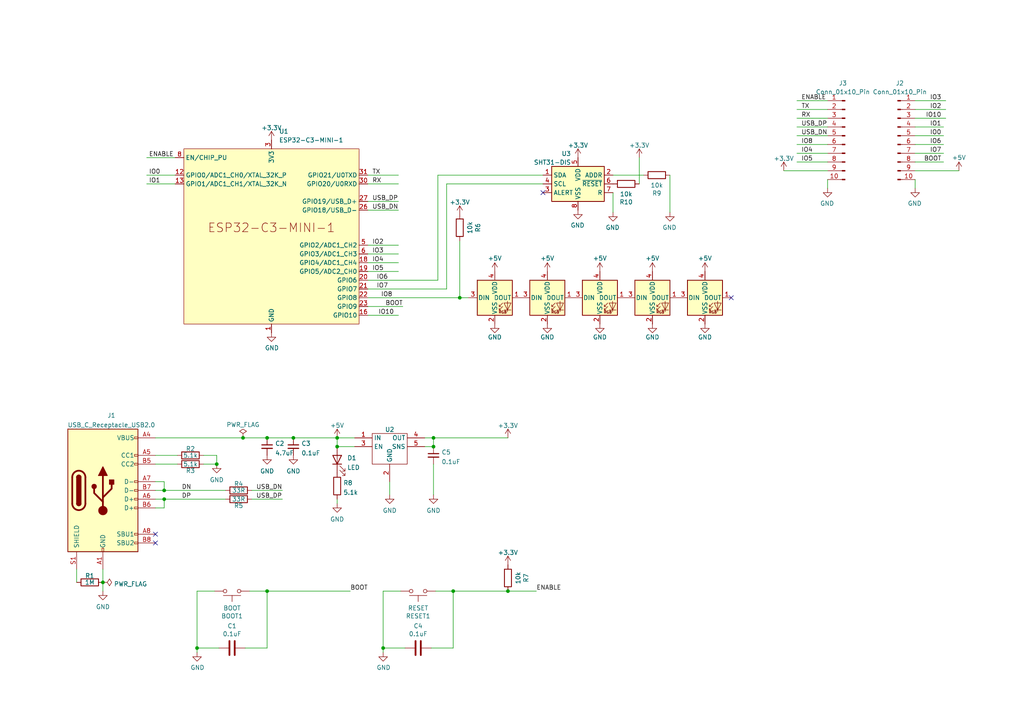
<source format=kicad_sch>
(kicad_sch (version 20230121) (generator eeschema)
  (paper "A4")
  (lib_symbols
    (symbol "Connector:Conn_01x10_Pin" (pin_names (offset 1.016) hide)
      (property "Reference" "J" (at 0 12.7 0))
      (property "Value" "Conn_01x10_Pin" (at 0 -15.24 0))
      (symbol "Conn_01x10_Pin_1_1"
        (polyline (pts (xy 1.27 -12.7) (xy 0.8636 -12.7)) (stroke (width 0.1524)))
        (polyline (pts (xy 1.27 -10.16) (xy 0.8636 -10.16)) (stroke (width 0.1524)))
        (polyline (pts (xy 1.27 -7.62) (xy 0.8636 -7.62)) (stroke (width 0.1524)))
        (polyline (pts (xy 1.27 -5.08) (xy 0.8636 -5.08)) (stroke (width 0.1524)))
        (polyline (pts (xy 1.27 -2.54) (xy 0.8636 -2.54)) (stroke (width 0.1524)))
        (polyline (pts (xy 1.27 0) (xy 0.8636 0)) (stroke (width 0.1524)))
        (polyline (pts (xy 1.27 2.54) (xy 0.8636 2.54)) (stroke (width 0.1524)))
        (polyline (pts (xy 1.27 5.08) (xy 0.8636 5.08)) (stroke (width 0.1524)))
        (polyline (pts (xy 1.27 7.62) (xy 0.8636 7.62)) (stroke (width 0.1524)))
        (polyline (pts (xy 1.27 10.16) (xy 0.8636 10.16)) (stroke (width 0.1524)))
        (rectangle (start 0.8636 -12.573) (end 0 -12.827) (stroke (width 0.1524)) (fill (type outline)))
        (rectangle (start 0.8636 -10.033) (end 0 -10.287) (stroke (width 0.1524)) (fill (type outline)))
        (rectangle (start 0.8636 -7.493) (end 0 -7.747) (stroke (width 0.1524)) (fill (type outline)))
        (rectangle (start 0.8636 -4.953) (end 0 -5.207) (stroke (width 0.1524)) (fill (type outline)))
        (rectangle (start 0.8636 -2.413) (end 0 -2.667) (stroke (width 0.1524)) (fill (type outline)))
        (rectangle (start 0.8636 0.127) (end 0 -0.127) (stroke (width 0.1524)) (fill (type outline)))
        (rectangle (start 0.8636 2.667) (end 0 2.413) (stroke (width 0.1524)) (fill (type outline)))
        (rectangle (start 0.8636 5.207) (end 0 4.953) (stroke (width 0.1524)) (fill (type outline)))
        (rectangle (start 0.8636 7.747) (end 0 7.493) (stroke (width 0.1524)) (fill (type outline)))
        (rectangle (start 0.8636 10.287) (end 0 10.033) (stroke (width 0.1524)) (fill (type outline)))
        (pin passive line (at 5.08 10.16 180) (length 3.81) (name "Pin_1") (number "1"))
        (pin passive line (at 5.08 -12.7 180) (length 3.81) (name "Pin_10") (number "10"))
        (pin passive line (at 5.08 7.62 180) (length 3.81) (name "Pin_2") (number "2"))
        (pin passive line (at 5.08 5.08 180) (length 3.81) (name "Pin_3") (number "3"))
        (pin passive line (at 5.08 2.54 180) (length 3.81) (name "Pin_4") (number "4"))
        (pin passive line (at 5.08 0 180) (length 3.81) (name "Pin_5") (number "5"))
        (pin passive line (at 5.08 -2.54 180) (length 3.81) (name "Pin_6") (number "6"))
        (pin passive line (at 5.08 -5.08 180) (length 3.81) (name "Pin_7") (number "7"))
        (pin passive line (at 5.08 -7.62 180) (length 3.81) (name "Pin_8") (number "8"))
        (pin passive line (at 5.08 -10.16 180) (length 3.81) (name "Pin_9") (number "9"))
      )
    )
    (symbol "Connector:USB_C_Receptacle_USB2.0" (pin_names (offset 1.016))
      (property "Reference" "J" (at -10.16 19.05 0))
      (property "Value" "USB_C_Receptacle_USB2.0" (at 19.05 19.05 0))
      (symbol "USB_C_Receptacle_USB2.0_0_0"
        (rectangle (start -0.254 -17.78) (end 0.254 -16.764))
        (rectangle (start 10.16 -14.986) (end 9.144 -15.494))
        (rectangle (start 10.16 -12.446) (end 9.144 -12.954))
        (rectangle (start 10.16 -4.826) (end 9.144 -5.334))
        (rectangle (start 10.16 -2.286) (end 9.144 -2.794))
        (rectangle (start 10.16 0.254) (end 9.144 -0.254))
        (rectangle (start 10.16 2.794) (end 9.144 2.286))
        (rectangle (start 10.16 7.874) (end 9.144 7.366))
        (rectangle (start 10.16 10.414) (end 9.144 9.906))
        (rectangle (start 10.16 15.494) (end 9.144 14.986))
      )
      (symbol "USB_C_Receptacle_USB2.0_0_1"
        (rectangle (start -10.16 17.78) (end 10.16 -17.78) (stroke (width 0.254)) (fill (type background)))
        (arc (start -8.89 -3.81) (mid -6.985 -5.7067) (end -5.08 -3.81) (stroke (width 0.508)))
        (arc (start -7.62 -3.81) (mid -6.985 -4.4423) (end -6.35 -3.81) (stroke (width 0.254)))
        (arc (start -7.62 -3.81) (mid -6.985 -4.4423) (end -6.35 -3.81) (stroke (width 0.254)) (fill (type outline)))
        (rectangle (start -7.62 -3.81) (end -6.35 3.81) (stroke (width 0.254)) (fill (type outline)))
        (arc (start -6.35 3.81) (mid -6.985 4.4423) (end -7.62 3.81) (stroke (width 0.254)))
        (arc (start -6.35 3.81) (mid -6.985 4.4423) (end -7.62 3.81) (stroke (width 0.254)) (fill (type outline)))
        (arc (start -5.08 3.81) (mid -6.985 5.7067) (end -8.89 3.81) (stroke (width 0.508)))
        (circle (center -2.54 1.143) (radius 0.635) (stroke (width 0.254)) (fill (type outline)))
        (circle (center 0 -5.842) (radius 1.27) (fill (type outline)))
        (polyline (pts (xy -8.89 -3.81) (xy -8.89 3.81)) (stroke (width 0.508)))
        (polyline (pts (xy -5.08 3.81) (xy -5.08 -3.81)) (stroke (width 0.508)))
        (polyline (pts (xy 0 -5.842) (xy 0 4.318)) (stroke (width 0.508)))
        (polyline (pts (xy 0 -3.302) (xy -2.54 -0.762) (xy -2.54 0.508)) (stroke (width 0.508)))
        (polyline (pts (xy 0 -2.032) (xy 2.54 0.508) (xy 2.54 1.778)) (stroke (width 0.508)))
        (polyline (pts (xy -1.27 4.318) (xy 0 6.858) (xy 1.27 4.318) (xy -1.27 4.318)) (stroke (width 0.254)) (fill (type outline)))
        (rectangle (start 1.905 1.778) (end 3.175 3.048) (stroke (width 0.254)) (fill (type outline)))
      )
      (symbol "USB_C_Receptacle_USB2.0_1_1"
        (pin passive line (at 0 -22.86 90) (length 5.08) (name "GND") (number "A1"))
        (pin passive line (at 0 -22.86 90) (length 5.08) hide (name "GND") (number "A12"))
        (pin passive line (at 15.24 15.24 180) (length 5.08) (name "VBUS") (number "A4"))
        (pin bidirectional line (at 15.24 10.16 180) (length 5.08) (name "CC1") (number "A5"))
        (pin bidirectional line (at 15.24 -2.54 180) (length 5.08) (name "D+") (number "A6"))
        (pin bidirectional line (at 15.24 2.54 180) (length 5.08) (name "D-") (number "A7"))
        (pin bidirectional line (at 15.24 -12.7 180) (length 5.08) (name "SBU1") (number "A8"))
        (pin passive line (at 15.24 15.24 180) (length 5.08) hide (name "VBUS") (number "A9"))
        (pin passive line (at 0 -22.86 90) (length 5.08) hide (name "GND") (number "B1"))
        (pin passive line (at 0 -22.86 90) (length 5.08) hide (name "GND") (number "B12"))
        (pin passive line (at 15.24 15.24 180) (length 5.08) hide (name "VBUS") (number "B4"))
        (pin bidirectional line (at 15.24 7.62 180) (length 5.08) (name "CC2") (number "B5"))
        (pin bidirectional line (at 15.24 -5.08 180) (length 5.08) (name "D+") (number "B6"))
        (pin bidirectional line (at 15.24 0 180) (length 5.08) (name "D-") (number "B7"))
        (pin bidirectional line (at 15.24 -15.24 180) (length 5.08) (name "SBU2") (number "B8"))
        (pin passive line (at 15.24 15.24 180) (length 5.08) hide (name "VBUS") (number "B9"))
        (pin passive line (at -7.62 -22.86 90) (length 5.08) (name "SHIELD") (number "S1"))
      )
    )
    (symbol "Device:C" (pin_numbers hide) (pin_names (offset 0.254))
      (property "Reference" "C" (at 0.635 2.54 0))
      (property "Value" "C" (at 0.635 -2.54 0))
      (symbol "C_0_1"
        (polyline (pts (xy -2.032 -0.762) (xy 2.032 -0.762)) (stroke (width 0.508)))
        (polyline (pts (xy -2.032 0.762) (xy 2.032 0.762)) (stroke (width 0.508)))
      )
      (symbol "C_1_1"
        (pin passive line (at 0 3.81 270) (length 2.794) (name "~") (number "1"))
        (pin passive line (at 0 -3.81 90) (length 2.794) (name "~") (number "2"))
      )
    )
    (symbol "Device:C_Small" (pin_numbers hide) (pin_names (offset 0.254) hide)
      (property "Reference" "C" (at 0.254 1.778 0))
      (property "Value" "C_Small" (at 0.254 -2.032 0))
      (symbol "C_Small_0_1"
        (polyline (pts (xy -1.524 -0.508) (xy 1.524 -0.508)) (stroke (width 0.3302)))
        (polyline (pts (xy -1.524 0.508) (xy 1.524 0.508)) (stroke (width 0.3048)))
      )
      (symbol "C_Small_1_1"
        (pin passive line (at 0 2.54 270) (length 2.032) (name "~") (number "1"))
        (pin passive line (at 0 -2.54 90) (length 2.032) (name "~") (number "2"))
      )
    )
    (symbol "Device:LED" (pin_numbers hide) (pin_names (offset 1.016) hide)
      (property "Reference" "D" (at 0 2.54 0))
      (property "Value" "LED" (at 0 -2.54 0))
      (symbol "LED_0_1"
        (polyline (pts (xy -1.27 -1.27) (xy -1.27 1.27)) (stroke (width 0.254)))
        (polyline (pts (xy -1.27 0) (xy 1.27 0)))
        (polyline (pts (xy 1.27 -1.27) (xy 1.27 1.27) (xy -1.27 0) (xy 1.27 -1.27)) (stroke (width 0.254)))
        (polyline (pts (xy -3.048 -0.762) (xy -4.572 -2.286) (xy -3.81 -2.286) (xy -4.572 -2.286) (xy -4.572 -1.524)))
        (polyline (pts (xy -1.778 -0.762) (xy -3.302 -2.286) (xy -2.54 -2.286) (xy -3.302 -2.286) (xy -3.302 -1.524)))
      )
      (symbol "LED_1_1"
        (pin passive line (at -3.81 0 0) (length 2.54) (name "K") (number "1"))
        (pin passive line (at 3.81 0 180) (length 2.54) (name "A") (number "2"))
      )
    )
    (symbol "Device:R" (pin_numbers hide) (pin_names (offset 0))
      (property "Reference" "R" (at 2.032 0 90))
      (property "Value" "R" (at 0 0 90))
      (symbol "R_0_1"
        (rectangle (start -1.016 -2.54) (end 1.016 2.54) (stroke (width 0.254)))
      )
      (symbol "R_1_1"
        (pin passive line (at 0 3.81 270) (length 1.27) (name "~") (number "1"))
        (pin passive line (at 0 -3.81 90) (length 1.27) (name "~") (number "2"))
      )
    )
    (symbol "Espressif:ESP32-C3-MINI-1"
      (property "Reference" "U" (at -25.4 30.48 0))
      (property "Value" "ESP32-C3-MINI-1" (at -25.4 27.94 0))
      (symbol "ESP32-C3-MINI-1_0_0"
        (text "ESP32-C3-MINI-1" (at 0 2.54 0) (effects (font (size 2.54 2.54))))
      )
      (symbol "ESP32-C3-MINI-1_0_1"
        (rectangle (start -25.4 25.4) (end 25.4 -25.4) (fill (type background)))
      )
      (symbol "ESP32-C3-MINI-1_1_1"
        (pin power_in line (at 0 -27.94 90) (length 2.54) (name "GND") (number "1"))
        (pin no_connect line (at -25.4 2.54 0) (length 2.54) hide (name "NC") (number "10"))
        (pin passive line (at 0 -27.94 90) (length 2.54) hide (name "GND") (number "11"))
        (pin bidirectional line (at -27.94 17.78 0) (length 2.54) (name "GPIO0/ADC1_CH0/XTAL_32K_P") (number "12"))
        (pin bidirectional line (at -27.94 15.24 0) (length 2.54) (name "GPIO1/ADC1_CH1/XTAL_32K_N") (number "13"))
        (pin passive line (at 0 -27.94 90) (length 2.54) hide (name "GND") (number "14"))
        (pin no_connect line (at -25.4 0 0) (length 2.54) hide (name "NC") (number "15"))
        (pin bidirectional line (at 27.94 -22.86 180) (length 2.54) (name "GPIO10") (number "16"))
        (pin no_connect line (at -25.4 -2.54 0) (length 2.54) hide (name "NC") (number "17"))
        (pin bidirectional line (at 27.94 -7.62 180) (length 2.54) (name "GPIO4/ADC1_CH4") (number "18"))
        (pin bidirectional line (at 27.94 -10.16 180) (length 2.54) (name "GPIO5/ADC2_CH0") (number "19"))
        (pin passive line (at 0 -27.94 90) (length 2.54) hide (name "GND") (number "2"))
        (pin bidirectional line (at 27.94 -12.7 180) (length 2.54) (name "GPIO6") (number "20"))
        (pin bidirectional line (at 27.94 -15.24 180) (length 2.54) (name "GPIO7") (number "21"))
        (pin bidirectional line (at 27.94 -17.78 180) (length 2.54) (name "GPIO8") (number "22"))
        (pin bidirectional line (at 27.94 -20.32 180) (length 2.54) (name "GPIO9") (number "23"))
        (pin no_connect line (at -25.4 -5.08 0) (length 2.54) hide (name "NC") (number "24"))
        (pin no_connect line (at -25.4 -7.62 0) (length 2.54) hide (name "NC") (number "25"))
        (pin bidirectional line (at 27.94 7.62 180) (length 2.54) (name "GPIO18/USB_D-") (number "26"))
        (pin bidirectional line (at 27.94 10.16 180) (length 2.54) (name "GPIO19/USB_D+") (number "27"))
        (pin no_connect line (at -25.4 -10.16 0) (length 2.54) hide (name "NC") (number "28"))
        (pin no_connect line (at -25.4 -12.7 0) (length 2.54) hide (name "NC") (number "29"))
        (pin power_in line (at 0 27.94 270) (length 2.54) (name "3V3") (number "3"))
        (pin bidirectional line (at 27.94 15.24 180) (length 2.54) (name "GPIO20/U0RXD") (number "30"))
        (pin bidirectional line (at 27.94 17.78 180) (length 2.54) (name "GPIO21/U0TXD") (number "31"))
        (pin no_connect line (at -25.4 -15.24 0) (length 2.54) hide (name "NC") (number "32"))
        (pin no_connect line (at -25.4 -17.78 0) (length 2.54) hide (name "NC") (number "33"))
        (pin no_connect line (at -25.4 -20.32 0) (length 2.54) hide (name "NC") (number "34"))
        (pin no_connect line (at -25.4 -22.86 0) (length 2.54) hide (name "NC") (number "35"))
        (pin passive line (at 0 -27.94 90) (length 2.54) hide (name "GND") (number "36"))
        (pin passive line (at 0 -27.94 90) (length 2.54) hide (name "GND") (number "37"))
        (pin passive line (at 0 -27.94 90) (length 2.54) hide (name "GND") (number "38"))
        (pin passive line (at 0 -27.94 90) (length 2.54) hide (name "GND") (number "39"))
        (pin no_connect line (at -25.4 10.16 0) (length 2.54) hide (name "NC") (number "4"))
        (pin passive line (at 0 -27.94 90) (length 2.54) hide (name "GND") (number "40"))
        (pin passive line (at 0 -27.94 90) (length 2.54) hide (name "GND") (number "41"))
        (pin passive line (at 0 -27.94 90) (length 2.54) hide (name "GND") (number "42"))
        (pin passive line (at 0 -27.94 90) (length 2.54) hide (name "GND") (number "43"))
        (pin passive line (at 0 -27.94 90) (length 2.54) hide (name "GND") (number "44"))
        (pin passive line (at 0 -27.94 90) (length 2.54) hide (name "GND") (number "45"))
        (pin passive line (at 0 -27.94 90) (length 2.54) hide (name "GND") (number "46"))
        (pin passive line (at 0 -27.94 90) (length 2.54) hide (name "GND") (number "47"))
        (pin passive line (at 0 -27.94 90) (length 2.54) hide (name "GND") (number "48"))
        (pin passive line (at 0 -27.94 90) (length 2.54) hide (name "GND") (number "49"))
        (pin bidirectional line (at 27.94 -2.54 180) (length 2.54) (name "GPIO2/ADC1_CH2") (number "5"))
        (pin passive line (at 0 -27.94 90) (length 2.54) hide (name "GND") (number "50"))
        (pin passive line (at 0 -27.94 90) (length 2.54) hide (name "GND") (number "51"))
        (pin passive line (at 0 -27.94 90) (length 2.54) hide (name "GND") (number "52"))
        (pin passive line (at 0 -27.94 90) (length 2.54) hide (name "GND") (number "53"))
        (pin bidirectional line (at 27.94 -5.08 180) (length 2.54) (name "GPIO3/ADC1_CH3") (number "6"))
        (pin no_connect line (at -25.4 7.62 0) (length 2.54) hide (name "NC") (number "7"))
        (pin input line (at -27.94 22.86 0) (length 2.54) (name "EN/CHIP_PU") (number "8"))
        (pin no_connect line (at -25.4 5.08 0) (length 2.54) hide (name "NC") (number "9"))
      )
    )
    (symbol "LED:SK6812MINI" (pin_names (offset 0.254))
      (property "Reference" "D" (at 5.08 5.715 0))
      (property "Value" "SK6812MINI" (at 1.27 -5.715 0))
      (symbol "SK6812MINI_0_0"
        (text "RGB" (at 2.286 -4.191 0) (effects (font (size 0.762 0.762))))
      )
      (symbol "SK6812MINI_0_1"
        (polyline (pts (xy 1.27 -3.556) (xy 1.778 -3.556)))
        (polyline (pts (xy 1.27 -2.54) (xy 1.778 -2.54)))
        (polyline (pts (xy 4.699 -3.556) (xy 2.667 -3.556)))
        (polyline (pts (xy 2.286 -2.54) (xy 1.27 -3.556) (xy 1.27 -3.048)))
        (polyline (pts (xy 2.286 -1.524) (xy 1.27 -2.54) (xy 1.27 -2.032)))
        (polyline (pts (xy 3.683 -1.016) (xy 3.683 -3.556) (xy 3.683 -4.064)))
        (polyline (pts (xy 4.699 -1.524) (xy 2.667 -1.524) (xy 3.683 -3.556) (xy 4.699 -1.524)))
        (rectangle (start 5.08 5.08) (end -5.08 -5.08) (stroke (width 0.254)) (fill (type background)))
      )
      (symbol "SK6812MINI_1_1"
        (pin output line (at 7.62 0 180) (length 2.54) (name "DOUT") (number "1"))
        (pin power_in line (at 0 -7.62 90) (length 2.54) (name "VSS") (number "2"))
        (pin input line (at -7.62 0 0) (length 2.54) (name "DIN") (number "3"))
        (pin power_in line (at 0 7.62 270) (length 2.54) (name "VDD") (number "4"))
      )
    )
    (symbol "Sensor_Humidity:SHT31-DIS"
      (property "Reference" "U" (at -6.35 6.35 0))
      (property "Value" "SHT31-DIS" (at 6.35 6.35 0))
      (symbol "SHT31-DIS_0_1"
        (rectangle (start -7.62 5.08) (end 7.62 -5.08) (stroke (width 0.254)) (fill (type background)))
      )
      (symbol "SHT31-DIS_1_1"
        (pin bidirectional line (at 10.16 2.54 180) (length 2.54) (name "SDA") (number "1"))
        (pin input line (at -10.16 2.54 0) (length 2.54) (name "ADDR") (number "2"))
        (pin output line (at 10.16 -2.54 180) (length 2.54) (name "ALERT") (number "3"))
        (pin input line (at 10.16 0 180) (length 2.54) (name "SCL") (number "4"))
        (pin power_in line (at 0 7.62 270) (length 2.54) (name "VDD") (number "5"))
        (pin input line (at -10.16 0 0) (length 2.54) (name "~{RESET}") (number "6"))
        (pin passive line (at -10.16 -2.54 0) (length 2.54) (name "R") (number "7"))
        (pin power_in line (at 0 -7.62 90) (length 2.54) (name "VSS") (number "8"))
        (pin passive line (at 0 -7.62 90) (length 2.54) hide (name "VSS") (number "9"))
      )
    )
    (symbol "Switch:SW_Push" (pin_numbers hide) (pin_names (offset 1.016) hide)
      (property "Reference" "SW" (at 1.27 2.54 0))
      (property "Value" "SW_Push" (at 0 -1.524 0))
      (symbol "SW_Push_0_1"
        (circle (center -2.032 0) (radius 0.508))
        (polyline (pts (xy 0 1.27) (xy 0 3.048)))
        (polyline (pts (xy 2.54 1.27) (xy -2.54 1.27)))
        (circle (center 2.032 0) (radius 0.508))
        (pin passive line (at -5.08 0 0) (length 2.54) (name "1") (number "1"))
        (pin passive line (at 5.08 0 180) (length 2.54) (name "2") (number "2"))
      )
    )
    (symbol "ToyTronics2:OnSemi NCP692, fixed version"
      (property "Reference" "U" (at 0 5.08 0))
      (symbol "OnSemi NCP692, fixed version_0_1"
        (rectangle (start -5.08 3.81) (end 5.08 -5.08) (stroke (width 0.1524)))
      )
      (symbol "OnSemi NCP692, fixed version_1_1"
        (pin power_in line (at -10.16 2.54 0) (length 5.08) (name "IN") (number "1"))
        (pin power_in line (at 0 -10.16 90) (length 5.08) (name "GND") (number "2"))
        (pin power_in line (at -10.16 0 0) (length 5.08) (name "EN") (number "3"))
        (pin power_out line (at 10.16 2.54 180) (length 5.08) (name "OUT") (number "4"))
        (pin input line (at 10.16 0 180) (length 5.08) (name "SNS") (number "5"))
        (pin power_in line (at -10.16 2.54 0) (length 5.08) hide (name "IN") (number "6"))
        (pin power_in line (at 0 -10.16 90) (length 5.08) hide (name "GND") (number "7"))
      )
    )
    (symbol "power:+3.3V" (power) (pin_names (offset 0))
      (property "Value" "+3.3V" (at 0 3.556 0))
      (symbol "+3.3V_0_1"
        (polyline (pts (xy -0.762 1.27) (xy 0 2.54)))
        (polyline (pts (xy 0 0) (xy 0 2.54)))
        (polyline (pts (xy 0 2.54) (xy 0.762 1.27)))
      )
      (symbol "+3.3V_1_1"
        (pin power_in line (at 0 0 90) (length 0) hide (name "+3.3V") (number "1"))
      )
    )
    (symbol "power:+5V" (power) (pin_names (offset 0))
      (property "Value" "+5V" (at 0 3.556 0))
      (symbol "+5V_0_1"
        (polyline (pts (xy -0.762 1.27) (xy 0 2.54)))
        (polyline (pts (xy 0 0) (xy 0 2.54)))
        (polyline (pts (xy 0 2.54) (xy 0.762 1.27)))
      )
      (symbol "+5V_1_1"
        (pin power_in line (at 0 0 90) (length 0) hide (name "+5V") (number "1"))
      )
    )
    (symbol "power:GND" (power) (pin_names (offset 0))
      (property "Value" "GND" (at 0 -3.81 0))
      (symbol "GND_0_1"
        (polyline (pts (xy 0 0) (xy 0 -1.27) (xy 1.27 -1.27) (xy 0 -2.54) (xy -1.27 -1.27) (xy 0 -1.27)))
      )
      (symbol "GND_1_1"
        (pin power_in line (at 0 0 270) (length 0) hide (name "GND") (number "1"))
      )
    )
    (symbol "power:PWR_FLAG" (power) (pin_numbers hide) (pin_names (offset 0) hide)
      (property "Value" "PWR_FLAG" (at 0 3.81 0))
      (symbol "PWR_FLAG_0_0"
        (pin power_out line (at 0 0 90) (length 0) (name "pwr") (number "1"))
      )
      (symbol "PWR_FLAG_0_1"
        (polyline (pts (xy 0 0) (xy 0 1.27) (xy -1.016 1.905) (xy 0 2.54) (xy 1.016 1.905) (xy 0 1.27)))
      )
    )
  )
  (junction (at 47.625 142.24))
  (junction (at 97.79 127))
  (junction (at 77.47 171.45))
  (junction (at 29.845 168.91))
  (junction (at 133.35 86.36))
  (junction (at 77.47 127))
  (junction (at 111.125 187.96))
  (junction (at 125.73 127))
  (junction (at 47.625 144.78))
  (junction (at 57.15 187.96))
  (junction (at 147.32 171.45))
  (junction (at 62.865 134.62))
  (junction (at 85.09 127))
  (junction (at 131.445 171.45))
  (junction (at 97.79 129.54))
  (junction (at 125.73 129.54))
  (junction (at 70.485 127))
  (no_connect (at 212.09 86.36))
  (no_connect (at 45.085 154.94))
  (no_connect (at 157.48 55.88))
  (no_connect (at 45.085 157.48))
  (wire (pts (xy 265.43 49.53) (xy 278.13 49.53)))
  (wire (pts (xy 102.87 129.54) (xy 97.79 129.54)))
  (wire (pts (xy 47.625 142.24) (xy 65.405 142.24)))
  (wire (pts (xy 29.845 168.91) (xy 29.845 171.45)))
  (wire (pts (xy 115.57 91.44) (xy 106.68 91.44)))
  (wire (pts (xy 77.47 187.96) (xy 77.47 171.45)))
  (wire (pts (xy 111.125 187.96) (xy 111.125 171.45)))
  (wire (pts (xy 265.43 41.91) (xy 273.685 41.91)))
  (wire (pts (xy 29.845 165.1) (xy 29.845 168.91)))
  (wire (pts (xy 106.68 73.66) (xy 115.57 73.66)))
  (wire (pts (xy 231.14 31.75) (xy 240.03 31.75)))
  (wire (pts (xy 71.12 187.96) (xy 77.47 187.96)))
  (wire (pts (xy 227.33 49.53) (xy 240.03 49.53)))
  (wire (pts (xy 265.43 52.07) (xy 265.43 54.61)))
  (wire (pts (xy 186.69 50.8) (xy 177.8 50.8)))
  (wire (pts (xy 45.085 127) (xy 70.485 127)))
  (wire (pts (xy 231.14 41.91) (xy 240.03 41.91)))
  (wire (pts (xy 231.14 36.83) (xy 240.03 36.83)))
  (wire (pts (xy 22.225 165.1) (xy 22.225 168.91)))
  (wire (pts (xy 97.79 127) (xy 102.87 127)))
  (wire (pts (xy 231.14 34.29) (xy 240.03 34.29)))
  (wire (pts (xy 45.085 134.62) (xy 51.435 134.62)))
  (wire (pts (xy 73.025 142.24) (xy 81.915 142.24)))
  (wire (pts (xy 231.14 46.99) (xy 240.03 46.99)))
  (wire (pts (xy 59.055 132.08) (xy 62.865 132.08)))
  (wire (pts (xy 106.68 71.12) (xy 115.57 71.12)))
  (wire (pts (xy 126.365 171.45) (xy 131.445 171.45)))
  (wire (pts (xy 47.625 142.24) (xy 45.085 142.24)))
  (wire (pts (xy 274.32 34.29) (xy 265.43 34.29)))
  (wire (pts (xy 106.68 50.8) (xy 115.57 50.8)))
  (wire (pts (xy 133.35 69.85) (xy 133.35 86.36)))
  (wire (pts (xy 106.68 53.34) (xy 115.57 53.34)))
  (wire (pts (xy 72.39 171.45) (xy 77.47 171.45)))
  (wire (pts (xy 57.15 187.96) (xy 57.15 189.23)))
  (wire (pts (xy 111.125 171.45) (xy 116.205 171.45)))
  (wire (pts (xy 45.085 139.7) (xy 47.625 139.7)))
  (wire (pts (xy 123.19 127) (xy 125.73 127)))
  (wire (pts (xy 265.43 36.83) (xy 273.685 36.83)))
  (wire (pts (xy 265.43 44.45) (xy 273.685 44.45)))
  (wire (pts (xy 106.68 78.74) (xy 115.57 78.74)))
  (wire (pts (xy 127 81.28) (xy 127 50.8)))
  (wire (pts (xy 125.73 129.54) (xy 125.73 127)))
  (wire (pts (xy 185.42 45.72) (xy 185.42 53.34)))
  (wire (pts (xy 45.085 147.32) (xy 47.625 147.32)))
  (wire (pts (xy 106.68 86.36) (xy 133.35 86.36)))
  (wire (pts (xy 231.14 44.45) (xy 240.03 44.45)))
  (wire (pts (xy 125.73 127) (xy 147.32 127)))
  (wire (pts (xy 133.35 86.36) (xy 135.89 86.36)))
  (wire (pts (xy 123.19 129.54) (xy 125.73 129.54)))
  (wire (pts (xy 274.32 31.75) (xy 265.43 31.75)))
  (wire (pts (xy 231.14 29.21) (xy 240.03 29.21)))
  (wire (pts (xy 85.09 127) (xy 97.79 127)))
  (wire (pts (xy 117.475 187.96) (xy 111.125 187.96)))
  (wire (pts (xy 106.68 88.9) (xy 116.84 88.9)))
  (wire (pts (xy 194.31 50.8) (xy 194.31 61.595)))
  (wire (pts (xy 106.68 58.42) (xy 115.57 58.42)))
  (wire (pts (xy 131.445 187.96) (xy 131.445 171.45)))
  (wire (pts (xy 177.8 55.88) (xy 177.8 61.595)))
  (wire (pts (xy 129.54 53.34) (xy 157.48 53.34)))
  (wire (pts (xy 97.79 129.54) (xy 97.79 127)))
  (wire (pts (xy 62.865 132.08) (xy 62.865 134.62)))
  (wire (pts (xy 129.54 83.82) (xy 129.54 53.34)))
  (wire (pts (xy 106.68 76.2) (xy 115.57 76.2)))
  (wire (pts (xy 125.095 187.96) (xy 131.445 187.96)))
  (wire (pts (xy 47.625 144.78) (xy 65.405 144.78)))
  (wire (pts (xy 240.03 52.07) (xy 240.03 54.61)))
  (wire (pts (xy 131.445 171.45) (xy 147.32 171.45)))
  (wire (pts (xy 47.625 147.32) (xy 47.625 144.78)))
  (wire (pts (xy 147.32 171.45) (xy 155.575 171.45)))
  (wire (pts (xy 50.8 53.34) (xy 42.545 53.34)))
  (wire (pts (xy 111.125 187.96) (xy 111.125 189.23)))
  (wire (pts (xy 77.47 171.45) (xy 101.6 171.45)))
  (wire (pts (xy 47.625 144.78) (xy 45.085 144.78)))
  (wire (pts (xy 265.43 46.99) (xy 273.685 46.99)))
  (wire (pts (xy 50.8 50.8) (xy 42.545 50.8)))
  (wire (pts (xy 274.32 29.21) (xy 265.43 29.21)))
  (wire (pts (xy 70.485 127) (xy 77.47 127)))
  (wire (pts (xy 125.73 143.51) (xy 125.73 134.62)))
  (wire (pts (xy 106.68 81.28) (xy 127 81.28)))
  (wire (pts (xy 113.03 139.7) (xy 113.03 143.51)))
  (wire (pts (xy 127 50.8) (xy 157.48 50.8)))
  (wire (pts (xy 57.15 171.45) (xy 62.23 171.45)))
  (wire (pts (xy 231.14 39.37) (xy 240.03 39.37)))
  (wire (pts (xy 85.09 127) (xy 77.47 127)))
  (wire (pts (xy 106.68 60.96) (xy 115.57 60.96)))
  (wire (pts (xy 50.8 45.72) (xy 42.545 45.72)))
  (wire (pts (xy 265.43 39.37) (xy 273.685 39.37)))
  (wire (pts (xy 59.055 134.62) (xy 62.865 134.62)))
  (wire (pts (xy 97.79 146.05) (xy 97.79 144.78)))
  (wire (pts (xy 45.085 132.08) (xy 51.435 132.08)))
  (wire (pts (xy 63.5 187.96) (xy 57.15 187.96)))
  (wire (pts (xy 57.15 187.96) (xy 57.15 171.45)))
  (wire (pts (xy 106.68 83.82) (xy 129.54 83.82)))
  (wire (pts (xy 47.625 139.7) (xy 47.625 142.24)))
  (wire (pts (xy 73.025 144.78) (xy 81.915 144.78)))
  (label "IO1" (at 273.05 36.83 180))
  (label "IO0" (at 43.18 50.8 0))
  (label "IO2" (at 107.95 71.12 0))
  (label "BOOT" (at 267.97 46.99 0))
  (label "USB_DN" (at 74.295 142.24 0))
  (label "IO8" (at 110.49 86.36 0))
  (label "IO5" (at 232.41 46.99 0))
  (label "ENABLE" (at 155.575 171.45 0))
  (label "USB_DN" (at 107.95 60.96 0))
  (label "IO6" (at 273.05 41.91 180))
  (label "USB_DN" (at 232.41 39.37 0))
  (label "DN" (at 52.705 142.24 0))
  (label "IO0" (at 273.05 39.37 180))
  (label "TX" (at 107.95 50.8 0))
  (label "IO4" (at 107.95 76.2 0))
  (label "IO7" (at 109.22 83.82 0))
  (label "BOOT" (at 101.6 171.45 0))
  (label "DP" (at 52.705 144.78 0))
  (label "IO2" (at 273.05 31.75 180))
  (label "ENABLE" (at 43.18 45.72 0))
  (label "IO10" (at 114.3 91.44 180))
  (label "BOOT" (at 111.76 88.9 0))
  (label "IO1" (at 43.18 53.34 0))
  (label "IO3" (at 107.95 73.66 0))
  (label "USB_DP" (at 107.95 58.42 0))
  (label "IO8" (at 232.41 41.91 0))
  (label "IO10" (at 273.05 34.29 180))
  (label "TX" (at 232.41 31.75 0))
  (label "IO7" (at 273.05 44.45 180))
  (label "USB_DP" (at 74.295 144.78 0))
  (label "ENABLE" (at 232.41 29.21 0))
  (label "RX" (at 232.41 34.29 0))
  (label "IO3" (at 273.05 29.21 180))
  (label "IO5" (at 107.95 78.74 0))
  (label "IO4" (at 232.41 44.45 0))
  (label "RX" (at 107.95 53.34 0))
  (label "USB_DP" (at 232.41 36.83 0))
  (label "IO6" (at 109.22 81.28 0))
  (symbol (lib_id "power:+3.3V") (at 185.42 45.72 0) (unit 1)
    (property "Reference" "#PWR019" (effects hide))
    (property "Value" "+3.3V" (at 185.42 42.164 0))
  )
  (symbol (lib_id "power:GND") (at 265.43 54.61 0) (mirror y) (unit 1)
    (property "Reference" "#PWR023" (effects hide))
    (property "Value" "GND" (at 265.303 59.0042 0))
  )
  (symbol (lib_id "power:+5V") (at 158.75 78.74 0) (unit 1)
    (property "Reference" "#PWR06" (effects hide))
    (property "Value" "+5V" (at 158.75 74.93 0))
  )
  (symbol (lib_id "power:GND") (at 158.75 93.98 0) (unit 1)
    (property "Reference" "#PWR027" (effects hide))
    (property "Value" "GND" (at 158.75 97.79 0))
  )
  (symbol (lib_id "Device:R") (at 55.245 132.08 90) (unit 1)
    (property "Reference" "R2" (at 55.245 130.175 90))
    (property "Value" "5.1k" (at 55.245 132.08 90))
    (property "Footprint" "Resistor_SMD:R_0603_1608Metric" (effects hide))
  )
  (symbol (lib_id "power:+3.3V") (at 147.32 127 0) (unit 1)
    (property "Reference" "#PWR012" (effects hide))
    (property "Value" "+3.3V" (at 147.32 123.444 0))
  )
  (symbol (lib_id "power:+3.3V") (at 227.33 49.53 0) (unit 1)
    (property "Reference" "#PWR021" (effects hide))
    (property "Value" "+3.3V" (at 227.33 45.974 0))
  )
  (symbol (lib_id "power:+3.3V") (at 147.32 163.83 0) (unit 1)
    (property "Reference" "#PWR010" (effects hide))
    (property "Value" "+3.3V" (at 147.32 160.274 0))
  )
  (symbol (lib_id "power:+3.3V") (at 167.64 45.72 0) (unit 1)
    (property "Reference" "#PWR025" (effects hide))
    (property "Value" "+3.3V" (at 167.64 42.164 0))
  )
  (symbol (lib_id "power:+5V") (at 204.47 78.74 0) (unit 1)
    (property "Reference" "#PWR032" (effects hide))
    (property "Value" "+5V" (at 204.47 74.93 0))
  )
  (symbol (lib_id "power:+5V") (at 189.23 78.74 0) (unit 1)
    (property "Reference" "#PWR030" (effects hide))
    (property "Value" "+5V" (at 189.23 74.93 0))
  )
  (symbol (lib_id "Connector:Conn_01x10_Pin") (at 245.11 39.37 0) (mirror y) (unit 1)
    (property "Reference" "J3" (at 244.475 24.13 0))
    (property "Value" "Conn_01x10_Pin" (at 244.475 26.67 0))
    (property "Footprint" "Connector_PinHeader_2.54mm:PinHeader_1x10_P2.54mm_Vertical" (effects hide))
  )
  (symbol (lib_id "LED:SK6812MINI") (at 173.99 86.36 0) (unit 1)
    (property "Reference" "L3" (effects hide))
    (property "Value" "SK6812MINI" (effects hide))
    (property "Footprint" "LED_SMD:LED_SK6812_EC15_1.5x1.5mm" (effects hide))
    (property "Datasheet" "https://cdn-shop.adafruit.com/product-files/2686/SK6812MINI_REV.01-1-2.pdf" (effects hide))
  )
  (symbol (lib_id "power:GND") (at 77.47 132.08 0) (unit 1)
    (property "Reference" "#PWR04" (effects hide))
    (property "Value" "GND" (at 77.47 136.6424 0))
  )
  (symbol (lib_id "Device:LED") (at 97.79 133.35 90) (unit 1)
    (property "Reference" "D1" (at 100.711 132.8224 90) (effects (justify right)))
    (property "Value" "LED" (at 100.711 135.5975 90) (effects (justify right)))
    (property "Footprint" "LED_SMD:LED_0603_1608Metric_Pad1.05x0.95mm_HandSolder" (effects hide))
  )
  (symbol (lib_id "Device:R") (at 26.035 168.91 90) (unit 1)
    (property "Reference" "R1" (at 26.035 167.005 90))
    (property "Value" "1M" (at 26.035 168.91 90))
    (property "Footprint" "Resistor_SMD:R_0603_1608Metric_Pad0.98x0.95mm_HandSolder" (effects hide))
  )
  (symbol (lib_id "Device:C_Small") (at 77.47 129.54 0) (unit 1)
    (property "Reference" "C2" (at 79.7941 128.6315 0) (effects (justify left)))
    (property "Value" "4.7uF" (at 79.7941 131.4066 0) (effects (justify left)))
    (property "Footprint" "Capacitor_SMD:C_0805_2012Metric" (effects hide))
  )
  (symbol (lib_id "LED:SK6812MINI") (at 204.47 86.36 0) (unit 1)
    (property "Reference" "L5" (effects hide))
    (property "Value" "SK6812MINI" (effects hide))
    (property "Footprint" "LED_SMD:LED_SK6812_EC15_1.5x1.5mm" (effects hide))
    (property "Datasheet" "https://cdn-shop.adafruit.com/product-files/2686/SK6812MINI_REV.01-1-2.pdf" (effects hide))
  )
  (symbol (lib_id "power:PWR_FLAG") (at 29.845 168.91 270) (unit 1)
    (property "Reference" "#FLG01" (effects hide))
    (property "Value" "PWR_FLAG" (at 33.02 169.389 90) (effects (justify left)))
  )
  (symbol (lib_id "power:GND") (at 240.03 54.61 0) (mirror y) (unit 1)
    (property "Reference" "#PWR024" (effects hide))
    (property "Value" "GND" (at 239.903 59.0042 0))
  )
  (symbol (lib_id "power:GND") (at 62.865 134.62 0) (unit 1)
    (property "Reference" "#PWR03" (effects hide))
    (property "Value" "GND" (at 62.865 139.1824 0))
  )
  (symbol (lib_id "Device:C_Small") (at 85.09 129.54 0) (unit 1)
    (property "Reference" "C3" (at 87.4141 128.6315 0) (effects (justify left)))
    (property "Value" "0.1uF" (at 87.4141 131.4066 0) (effects (justify left)))
    (property "Footprint" "Capacitor_SMD:C_0603_1608Metric_Pad1.08x0.95mm_HandSolder" (effects hide))
  )
  (symbol (lib_id "power:GND") (at 85.09 132.08 0) (unit 1)
    (property "Reference" "#PWR05" (effects hide))
    (property "Value" "GND" (at 85.09 136.6424 0))
  )
  (symbol (lib_id "power:GND") (at 143.51 93.98 0) (unit 1)
    (property "Reference" "#PWR017" (effects hide))
    (property "Value" "GND" (at 143.51 97.79 0))
  )
  (symbol (lib_id "Device:C_Small") (at 125.73 132.08 0) (unit 1)
    (property "Reference" "C5" (at 128.0541 131.1715 0) (effects (justify left)))
    (property "Value" "0.1uF" (at 128.0541 133.9466 0) (effects (justify left)))
    (property "Footprint" "Capacitor_SMD:C_0603_1608Metric_Pad1.08x0.95mm_HandSolder" (effects hide))
  )
  (symbol (lib_id "power:GND") (at 57.15 189.23 0) (unit 1)
    (property "Reference" "#PWR02" (effects hide))
    (property "Value" "GND" (at 57.277 193.6242 0))
  )
  (symbol (lib_id "ToyTronics2:OnSemi NCP692, fixed version") (at 113.03 129.54 0) (unit 1)
    (property "Reference" "U2" (at 113.03 124.5893 0))
    (property "Value" "NCP692MN33T2G" (effects hide))
    (property "Footprint" "Package_DFN_QFN:DFN-6-1EP_3x3mm_P0.95mm_EP1.7x2.6mm" (effects hide))
    (property "Datasheet" "https://www.onsemi.com/pdf/datasheet/ncp690-d.pdf" (effects hide))
  )
  (symbol (lib_id "LED:SK6812MINI") (at 143.51 86.36 0) (unit 1)
    (property "Reference" "L1" (effects hide))
    (property "Value" "SK6812MINI" (effects hide))
    (property "Footprint" "LED_SMD:LED_SK6812_EC15_1.5x1.5mm" (effects hide))
    (property "Datasheet" "https://cdn-shop.adafruit.com/product-files/2686/SK6812MINI_REV.01-1-2.pdf" (effects hide))
  )
  (symbol (lib_id "LED:SK6812MINI") (at 158.75 86.36 0) (unit 1)
    (property "Reference" "L2" (effects hide))
    (property "Value" "SK6812MINI" (effects hide))
    (property "Footprint" "LED_SMD:LED_SK6812_EC15_1.5x1.5mm" (effects hide))
    (property "Datasheet" "https://cdn-shop.adafruit.com/product-files/2686/SK6812MINI_REV.01-1-2.pdf" (effects hide))
  )
  (symbol (lib_id "Device:R") (at 69.215 142.24 90) (unit 1)
    (property "Reference" "R4" (at 69.215 140.335 90))
    (property "Value" "33R" (at 69.215 142.24 90))
    (property "Footprint" "Resistor_SMD:R_0603_1608Metric" (effects hide))
  )
  (symbol (lib_id "power:+3.3V") (at 78.74 40.64 0) (unit 1)
    (property "Reference" "#PWR015" (effects hide))
    (property "Value" "+3.3V" (at 78.74 37.084 0))
  )
  (symbol (lib_id "power:+3.3V") (at 133.35 62.23 0) (unit 1)
    (property "Reference" "#PWR034" (effects hide))
    (property "Value" "+3.3V" (at 133.35 58.674 0))
  )
  (symbol (lib_id "power:+5V") (at 173.99 78.74 0) (unit 1)
    (property "Reference" "#PWR028" (effects hide))
    (property "Value" "+5V" (at 173.99 74.93 0))
  )
  (symbol (lib_id "Device:R") (at 181.61 53.34 270) (mirror x) (unit 1)
    (property "Reference" "R10" (at 181.61 58.5978 90))
    (property "Value" "10k" (at 181.61 56.2864 90))
    (property "Footprint" "Resistor_SMD:R_0603_1608Metric" (effects hide))
    (property "MFGR" "Stackpole" (effects hide))
    (property "MPN" "RMCF0603JG10K0" (effects hide))
  )
  (symbol (lib_id "power:GND") (at 204.47 93.98 0) (unit 1)
    (property "Reference" "#PWR033" (effects hide))
    (property "Value" "GND" (at 204.47 97.79 0))
  )
  (symbol (lib_id "Connector:Conn_01x10_Pin") (at 260.35 39.37 0) (unit 1)
    (property "Reference" "J2" (at 260.985 24.13 0))
    (property "Value" "Conn_01x10_Pin" (at 260.985 26.67 0))
    (property "Footprint" "Connector_PinHeader_2.54mm:PinHeader_1x10_P2.54mm_Vertical" (effects hide))
  )
  (symbol (lib_id "LED:SK6812MINI") (at 189.23 86.36 0) (unit 1)
    (property "Reference" "L4" (effects hide))
    (property "Value" "SK6812MINI" (effects hide))
    (property "Footprint" "LED_SMD:LED_SK6812_EC15_1.5x1.5mm" (effects hide))
    (property "Datasheet" "https://cdn-shop.adafruit.com/product-files/2686/SK6812MINI_REV.01-1-2.pdf" (effects hide))
  )
  (symbol (lib_id "Device:R") (at 55.245 134.62 90) (unit 1)
    (property "Reference" "R3" (at 55.245 136.525 90))
    (property "Value" "5.1k" (at 55.245 134.62 90))
    (property "Footprint" "Resistor_SMD:R_0603_1608Metric" (effects hide))
  )
  (symbol (lib_id "power:GND") (at 125.73 143.51 0) (unit 1)
    (property "Reference" "#PWR011" (effects hide))
    (property "Value" "GND" (at 125.73 148.0724 0))
  )
  (symbol (lib_id "power:GND") (at 78.74 96.52 0) (unit 1)
    (property "Reference" "#PWR014" (effects hide))
    (property "Value" "GND" (at 78.867 100.9142 0))
  )
  (symbol (lib_id "Device:R") (at 147.32 167.64 180) (unit 1)
    (property "Reference" "R7" (at 152.5778 167.64 90))
    (property "Value" "10k" (at 150.2664 167.64 90))
    (property "Footprint" "Resistor_SMD:R_0603_1608Metric" (effects hide))
    (property "MFGR" "Stackpole" (effects hide))
    (property "MPN" "RMCF0603JG10K0" (effects hide))
  )
  (symbol (lib_id "power:GND") (at 113.03 143.51 0) (unit 1)
    (property "Reference" "#PWR09" (effects hide))
    (property "Value" "GND" (at 113.03 148.0724 0))
  )
  (symbol (lib_id "Device:C") (at 121.285 187.96 270) (unit 1)
    (property "Reference" "C4" (at 121.285 181.5592 90))
    (property "Value" "0.1uF" (at 121.285 183.8706 90))
    (property "Footprint" "Capacitor_SMD:C_0603_1608Metric_Pad1.08x0.95mm_HandSolder" (effects hide))
  )
  (symbol (lib_id "power:GND") (at 194.31 61.595 0) (mirror y) (unit 1)
    (property "Reference" "#PWR018" (effects hide))
    (property "Value" "GND" (at 194.183 65.9892 0))
  )
  (symbol (lib_id "Sensor_Humidity:SHT31-DIS") (at 167.64 53.34 0) (mirror y) (unit 1)
    (property "Reference" "U3" (at 165.6206 44.5602 0) (effects (justify left)))
    (property "Value" "SHT31-DIS" (at 165.6206 47.0971 0) (effects (justify left)))
    (property "Footprint" "Sensor_Humidity:Sensirion_DFN-8-1EP_2.5x2.5mm_P0.5mm_EP1.1x1.7mm" (effects hide))
    (property "Datasheet" "https://www.sensirion.com/fileadmin/user_upload/customers/sensirion/Dokumente/2_Humidity_Sensors/Datasheets/Sensirion_Humidity_Sensors_SHT3x_Datasheet_digital.pdf" (effects hide))
    (property "MFGR" "Sensiron" (effects hide))
    (property "MPN" "SHT31-DIS" (effects hide))
  )
  (symbol (lib_id "power:GND") (at 177.8 61.595 0) (mirror y) (unit 1)
    (property "Reference" "#PWR020" (effects hide))
    (property "Value" "GND" (at 177.673 65.9892 0))
  )
  (symbol (lib_id "power:GND") (at 29.845 171.45 0) (unit 1)
    (property "Reference" "#PWR01" (effects hide))
    (property "Value" "GND" (at 29.845 176.0124 0))
  )
  (symbol (lib_id "Device:R") (at 97.79 140.97 180) (unit 1)
    (property "Reference" "R8" (at 99.568 140.0615 0) (effects (justify right)))
    (property "Value" "5.1k" (at 99.568 142.8366 0) (effects (justify right)))
    (property "Footprint" "Resistor_SMD:R_0603_1608Metric" (effects hide))
  )
  (symbol (lib_id "power:GND") (at 167.64 60.96 0) (mirror y) (unit 1)
    (property "Reference" "#PWR022" (effects hide))
    (property "Value" "GND" (at 167.513 65.3542 0))
  )
  (symbol (lib_id "Device:R") (at 69.215 144.78 90) (unit 1)
    (property "Reference" "R5" (at 69.215 146.685 90))
    (property "Value" "33R" (at 69.215 144.78 90))
    (property "Footprint" "Resistor_SMD:R_0603_1608Metric" (effects hide))
  )
  (symbol (lib_id "Device:C") (at 67.31 187.96 270) (unit 1)
    (property "Reference" "C1" (at 67.31 181.5592 90))
    (property "Value" "0.1uF" (at 67.31 183.8706 90))
    (property "Footprint" "Capacitor_SMD:C_0603_1608Metric_Pad1.08x0.95mm_HandSolder" (effects hide))
  )
  (symbol (lib_id "Espressif:ESP32-C3-MINI-1") (at 78.74 68.58 0) (unit 1)
    (property "Reference" "U1" (at 80.9341 38.1 0) (effects (justify left)))
    (property "Value" "ESP32-C3-MINI-1" (at 80.9341 40.64 0) (effects (justify left)))
    (property "Footprint" "Espressif:ESP32-C3-MINI-1" (effects hide))
    (property "Datasheet" "https://www.espressif.com/sites/default/files/documentation/esp32-c3-mini-1_datasheet_en.pdf" (effects hide))
  )
  (symbol (lib_id "power:+5V") (at 97.79 127 0) (unit 1)
    (property "Reference" "#PWR08" (effects hide))
    (property "Value" "+5V" (at 97.79 123.3955 0))
  )
  (symbol (lib_id "power:PWR_FLAG") (at 70.485 127 0) (unit 1)
    (property "Reference" "#FLG02" (effects hide))
    (property "Value" "PWR_FLAG" (at 70.485 123.19 0))
  )
  (symbol (lib_id "Device:R") (at 190.5 50.8 270) (mirror x) (unit 1)
    (property "Reference" "R9" (at 190.5 56.0578 90))
    (property "Value" "10k" (at 190.5 53.7464 90))
    (property "Footprint" "Resistor_SMD:R_0603_1608Metric" (effects hide))
    (property "MFGR" "Stackpole" (effects hide))
    (property "MPN" "RMCF0603JG10K0" (effects hide))
  )
  (symbol (lib_id "Switch:SW_Push") (at 67.31 171.45 180) (unit 1)
    (property "Reference" "BOOT1" (at 67.31 178.689 0))
    (property "Value" "BOOT" (at 67.31 176.3776 0))
    (property "Footprint" "ToyTronics:KMR241GLFS" (effects hide))
    (property "MFGR" "C&K" (effects hide))
    (property "MPN" "KMR241GLFS" (effects hide))
  )
  (symbol (lib_id "power:+5V") (at 278.13 49.53 0) (unit 1)
    (property "Reference" "#PWR026" (effects hide))
    (property "Value" "+5V" (at 278.13 45.72 0))
  )
  (symbol (lib_id "Switch:SW_Push") (at 121.285 171.45 180) (unit 1)
    (property "Reference" "RESET1" (at 121.285 178.689 0))
    (property "Value" "RESET" (at 121.285 176.3776 0))
    (property "Footprint" "ToyTronics:KMR241GLFS" (effects hide))
    (property "MFGR" "C&K" (effects hide))
    (property "MPN" "KMR241GLFS" (effects hide))
  )
  (symbol (lib_id "power:GND") (at 173.99 93.98 0) (unit 1)
    (property "Reference" "#PWR029" (effects hide))
    (property "Value" "GND" (at 173.99 97.79 0))
  )
  (symbol (lib_id "power:GND") (at 97.79 146.05 0) (unit 1)
    (property "Reference" "#PWR013" (effects hide))
    (property "Value" "GND" (at 97.79 150.6124 0))
  )
  (symbol (lib_id "Device:R") (at 133.35 66.04 180) (unit 1)
    (property "Reference" "R6" (at 138.6078 66.04 90))
    (property "Value" "10k" (at 136.2964 66.04 90))
    (property "Footprint" "Resistor_SMD:R_0603_1608Metric" (effects hide))
    (property "MFGR" "Stackpole" (effects hide))
    (property "MPN" "RMCF0603JG10K0" (effects hide))
  )
  (symbol (lib_id "Connector:USB_C_Receptacle_USB2.0") (at 29.845 142.24 0) (unit 1)
    (property "Reference" "J1" (at 32.3215 120.4934 0))
    (property "Value" "USB_C_Receptacle_USB2.0" (at 32.3215 123.2685 0))
    (property "Footprint" "USB-C-Power-tester:TYPE-C-31-M-14" (effects hide))
    (property "Datasheet" "https://www.usb.org/sites/default/files/documents/usb_type-c.zip" (effects hide))
  )
  (symbol (lib_id "power:GND") (at 189.23 93.98 0) (unit 1)
    (property "Reference" "#PWR031" (effects hide))
    (property "Value" "GND" (at 189.23 97.79 0))
  )
  (symbol (lib_id "power:+5V") (at 143.51 78.74 0) (unit 1)
    (property "Reference" "#PWR016" (effects hide))
    (property "Value" "+5V" (at 143.51 74.93 0))
  )
  (symbol (lib_id "power:GND") (at 111.125 189.23 0) (unit 1)
    (property "Reference" "#PWR07" (effects hide))
    (property "Value" "GND" (at 111.252 193.6242 0))
  )
)
</source>
